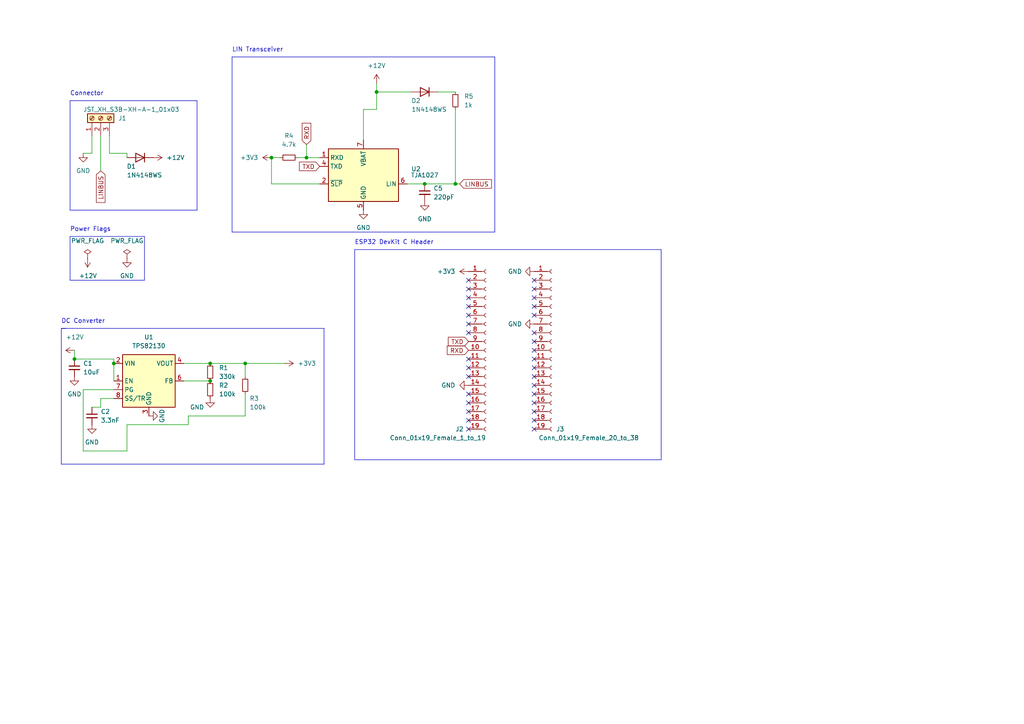
<source format=kicad_sch>
(kicad_sch (version 20230121) (generator eeschema)
  (paper "A4")
  (title_block (title "ESP32 DevKit LG HVAC Controller Board") (date "2023-10-17") (rev "1.0"))
  (lib_symbols
    (symbol "Connector:Conn_01x19_Female" (pin_names (offset 1.016) hide)
      (property "Reference" "J" (at 0 25.4 0))
      (property "Value" "Conn_01x19_Female" (at 0 -25.4 0))
      (symbol "Conn_01x19_Female_1_1"
        (arc (start 0 -22.352) (mid -0.5058 -22.86) (end 0 -23.368) (stroke (width 0.1524)))
        (arc (start 0 -19.812) (mid -0.5058 -20.32) (end 0 -20.828) (stroke (width 0.1524)))
        (arc (start 0 -17.272) (mid -0.5058 -17.78) (end 0 -18.288) (stroke (width 0.1524)))
        (arc (start 0 -14.732) (mid -0.5058 -15.24) (end 0 -15.748) (stroke (width 0.1524)))
        (arc (start 0 -12.192) (mid -0.5058 -12.7) (end 0 -13.208) (stroke (width 0.1524)))
        (arc (start 0 -9.652) (mid -0.5058 -10.16) (end 0 -10.668) (stroke (width 0.1524)))
        (arc (start 0 -7.112) (mid -0.5058 -7.62) (end 0 -8.128) (stroke (width 0.1524)))
        (arc (start 0 -4.572) (mid -0.5058 -5.08) (end 0 -5.588) (stroke (width 0.1524)))
        (arc (start 0 -2.032) (mid -0.5058 -2.54) (end 0 -3.048) (stroke (width 0.1524)))
        (polyline (pts (xy -1.27 -22.86) (xy -0.508 -22.86)) (stroke (width 0.1524)))
        (polyline (pts (xy -1.27 -20.32) (xy -0.508 -20.32)) (stroke (width 0.1524)))
        (polyline (pts (xy -1.27 -17.78) (xy -0.508 -17.78)) (stroke (width 0.1524)))
        (polyline (pts (xy -1.27 -15.24) (xy -0.508 -15.24)) (stroke (width 0.1524)))
        (polyline (pts (xy -1.27 -12.7) (xy -0.508 -12.7)) (stroke (width 0.1524)))
        (polyline (pts (xy -1.27 -10.16) (xy -0.508 -10.16)) (stroke (width 0.1524)))
        (polyline (pts (xy -1.27 -7.62) (xy -0.508 -7.62)) (stroke (width 0.1524)))
        (polyline (pts (xy -1.27 -5.08) (xy -0.508 -5.08)) (stroke (width 0.1524)))
        (polyline (pts (xy -1.27 -2.54) (xy -0.508 -2.54)) (stroke (width 0.1524)))
        (polyline (pts (xy -1.27 0) (xy -0.508 0)) (stroke (width 0.1524)))
        (polyline (pts (xy -1.27 2.54) (xy -0.508 2.54)) (stroke (width 0.1524)))
        (polyline (pts (xy -1.27 5.08) (xy -0.508 5.08)) (stroke (width 0.1524)))
        (polyline (pts (xy -1.27 7.62) (xy -0.508 7.62)) (stroke (width 0.1524)))
        (polyline (pts (xy -1.27 10.16) (xy -0.508 10.16)) (stroke (width 0.1524)))
        (polyline (pts (xy -1.27 12.7) (xy -0.508 12.7)) (stroke (width 0.1524)))
        (polyline (pts (xy -1.27 15.24) (xy -0.508 15.24)) (stroke (width 0.1524)))
        (polyline (pts (xy -1.27 17.78) (xy -0.508 17.78)) (stroke (width 0.1524)))
        (polyline (pts (xy -1.27 20.32) (xy -0.508 20.32)) (stroke (width 0.1524)))
        (polyline (pts (xy -1.27 22.86) (xy -0.508 22.86)) (stroke (width 0.1524)))
        (arc (start 0 0.508) (mid -0.5058 0) (end 0 -0.508) (stroke (width 0.1524)))
        (arc (start 0 3.048) (mid -0.5058 2.54) (end 0 2.032) (stroke (width 0.1524)))
        (arc (start 0 5.588) (mid -0.5058 5.08) (end 0 4.572) (stroke (width 0.1524)))
        (arc (start 0 8.128) (mid -0.5058 7.62) (end 0 7.112) (stroke (width 0.1524)))
        (arc (start 0 10.668) (mid -0.5058 10.16) (end 0 9.652) (stroke (width 0.1524)))
        (arc (start 0 13.208) (mid -0.5058 12.7) (end 0 12.192) (stroke (width 0.1524)))
        (arc (start 0 15.748) (mid -0.5058 15.24) (end 0 14.732) (stroke (width 0.1524)))
        (arc (start 0 18.288) (mid -0.5058 17.78) (end 0 17.272) (stroke (width 0.1524)))
        (arc (start 0 20.828) (mid -0.5058 20.32) (end 0 19.812) (stroke (width 0.1524)))
        (arc (start 0 23.368) (mid -0.5058 22.86) (end 0 22.352) (stroke (width 0.1524)))
        (pin passive line (at -5.08 22.86 0) (length 3.81) (name "Pin_1") (number "1"))
        (pin passive line (at -5.08 0 0) (length 3.81) (name "Pin_10") (number "10"))
        (pin passive line (at -5.08 -2.54 0) (length 3.81) (name "Pin_11") (number "11"))
        (pin passive line (at -5.08 -5.08 0) (length 3.81) (name "Pin_12") (number "12"))
        (pin passive line (at -5.08 -7.62 0) (length 3.81) (name "Pin_13") (number "13"))
        (pin passive line (at -5.08 -10.16 0) (length 3.81) (name "Pin_14") (number "14"))
        (pin passive line (at -5.08 -12.7 0) (length 3.81) (name "Pin_15") (number "15"))
        (pin passive line (at -5.08 -15.24 0) (length 3.81) (name "Pin_16") (number "16"))
        (pin passive line (at -5.08 -17.78 0) (length 3.81) (name "Pin_17") (number "17"))
        (pin passive line (at -5.08 -20.32 0) (length 3.81) (name "Pin_18") (number "18"))
        (pin passive line (at -5.08 -22.86 0) (length 3.81) (name "Pin_19") (number "19"))
        (pin passive line (at -5.08 20.32 0) (length 3.81) (name "Pin_2") (number "2"))
        (pin passive line (at -5.08 17.78 0) (length 3.81) (name "Pin_3") (number "3"))
        (pin passive line (at -5.08 15.24 0) (length 3.81) (name "Pin_4") (number "4"))
        (pin passive line (at -5.08 12.7 0) (length 3.81) (name "Pin_5") (number "5"))
        (pin passive line (at -5.08 10.16 0) (length 3.81) (name "Pin_6") (number "6"))
        (pin passive line (at -5.08 7.62 0) (length 3.81) (name "Pin_7") (number "7"))
        (pin passive line (at -5.08 5.08 0) (length 3.81) (name "Pin_8") (number "8"))
        (pin passive line (at -5.08 2.54 0) (length 3.81) (name "Pin_9") (number "9"))
      )
    )
    (symbol "Connector:Screw_Terminal_01x03" (pin_names (offset 1.016) hide)
      (property "Reference" "J" (at 0 5.08 0))
      (property "Value" "Screw_Terminal_01x03" (at 0 -5.08 0))
      (symbol "Screw_Terminal_01x03_1_1"
        (rectangle (start -1.27 3.81) (end 1.27 -3.81) (stroke (width 0.254)) (fill (type background)))
        (circle (center 0 -2.54) (radius 0.635) (stroke (width 0.1524)))
        (polyline (pts (xy -0.5334 -2.2098) (xy 0.3302 -3.048)) (stroke (width 0.1524)))
        (polyline (pts (xy -0.5334 0.3302) (xy 0.3302 -0.508)) (stroke (width 0.1524)))
        (polyline (pts (xy -0.5334 2.8702) (xy 0.3302 2.032)) (stroke (width 0.1524)))
        (polyline (pts (xy -0.3556 -2.032) (xy 0.508 -2.8702)) (stroke (width 0.1524)))
        (polyline (pts (xy -0.3556 0.508) (xy 0.508 -0.3302)) (stroke (width 0.1524)))
        (polyline (pts (xy -0.3556 3.048) (xy 0.508 2.2098)) (stroke (width 0.1524)))
        (circle (center 0 0) (radius 0.635) (stroke (width 0.1524)))
        (circle (center 0 2.54) (radius 0.635) (stroke (width 0.1524)))
        (pin passive line (at -5.08 2.54 0) (length 3.81) (name "Pin_1") (number "1"))
        (pin passive line (at -5.08 0 0) (length 3.81) (name "Pin_2") (number "2"))
        (pin passive line (at -5.08 -2.54 0) (length 3.81) (name "Pin_3") (number "3"))
      )
    )
    (symbol "Device:C_Small" (pin_numbers hide) (pin_names (offset 0.254) hide)
      (property "Reference" "C" (at 0.254 1.778 0))
      (property "Value" "C_Small" (at 0.254 -2.032 0))
      (symbol "C_Small_0_1"
        (polyline (pts (xy -1.524 -0.508) (xy 1.524 -0.508)) (stroke (width 0.3302)))
        (polyline (pts (xy -1.524 0.508) (xy 1.524 0.508)) (stroke (width 0.3048)))
      )
      (symbol "C_Small_1_1"
        (pin passive line (at 0 2.54 270) (length 2.032) (name "~") (number "1"))
        (pin passive line (at 0 -2.54 90) (length 2.032) (name "~") (number "2"))
      )
    )
    (symbol "Device:R_Small" (pin_numbers hide) (pin_names (offset 0.254) hide)
      (property "Reference" "R" (at 0.762 0.508 0))
      (property "Value" "R_Small" (at 0.762 -1.016 0))
      (symbol "R_Small_0_1"
        (rectangle (start -0.762 1.778) (end 0.762 -1.778) (stroke (width 0.2032)))
      )
      (symbol "R_Small_1_1"
        (pin passive line (at 0 2.54 270) (length 0.762) (name "~") (number "1"))
        (pin passive line (at 0 -2.54 90) (length 0.762) (name "~") (number "2"))
      )
    )
    (symbol "Diode:1N4148WS" (pin_numbers hide) (pin_names (offset 1.016) hide)
      (property "Reference" "D" (at 0 2.54 0))
      (property "Value" "1N4148WS" (at 0 -2.54 0))
      (symbol "1N4148WS_0_1"
        (polyline (pts (xy -1.27 1.27) (xy -1.27 -1.27)) (stroke (width 0.254)))
        (polyline (pts (xy 1.27 0) (xy -1.27 0)))
        (polyline (pts (xy 1.27 1.27) (xy 1.27 -1.27) (xy -1.27 0) (xy 1.27 1.27)) (stroke (width 0.254)))
      )
      (symbol "1N4148WS_1_1"
        (pin passive line (at -3.81 0 0) (length 2.54) (name "K") (number "1"))
        (pin passive line (at 3.81 0 180) (length 2.54) (name "A") (number "2"))
      )
    )
    (symbol "Interface_CAN_LIN:TJA1029T"
      (property "Reference" "U" (at -10.16 8.89 0))
      (property "Value" "TJA1029T" (at 1.27 8.89 0))
      (symbol "TJA1029T_0_1"
        (rectangle (start -10.16 7.62) (end 10.16 -7.62) (stroke (width 0.254)) (fill (type background)))
      )
      (symbol "TJA1029T_1_1"
        (pin open_collector line (at -12.7 5.08 0) (length 2.54) (name "RXD") (number "1"))
        (pin input line (at -12.7 -2.54 0) (length 2.54) (name "~{SLP}") (number "2"))
        (pin no_connect line (at -10.16 -5.08 0) (length 2.54) hide (name "NC") (number "3"))
        (pin input line (at -12.7 2.54 0) (length 2.54) (name "TXD") (number "4"))
        (pin power_in line (at 0 -10.16 90) (length 2.54) (name "GND") (number "5"))
        (pin bidirectional line (at 12.7 -2.54 180) (length 2.54) (name "LIN") (number "6"))
        (pin power_in line (at 0 10.16 270) (length 2.54) (name "VBAT") (number "7"))
        (pin no_connect line (at 10.16 2.54 180) (length 2.54) hide (name "NC") (number "8"))
      )
    )
    (symbol "Regulator_Switching:TPS82130"
      (property "Reference" "U" (at 1.27 11.43 0))
      (property "Value" "TPS82130" (at 5.08 8.89 0))
      (symbol "TPS82130_0_1"
        (rectangle (start -7.62 7.62) (end 7.62 -7.62) (stroke (width 0.254)) (fill (type background)))
      )
      (symbol "TPS82130_1_1"
        (pin input line (at -10.16 0 0) (length 2.54) (name "EN") (number "1"))
        (pin power_in line (at -10.16 5.08 0) (length 2.54) (name "VIN") (number "2"))
        (pin power_in line (at 0 -10.16 90) (length 2.54) (name "GND") (number "3"))
        (pin power_out line (at 10.16 5.08 180) (length 2.54) (name "VOUT") (number "4"))
        (pin passive line (at 10.16 5.08 180) (length 2.54) hide (name "VOUT") (number "5"))
        (pin input line (at 10.16 0 180) (length 2.54) (name "FB") (number "6"))
        (pin open_collector line (at -10.16 -2.54 0) (length 2.54) (name "PG") (number "7"))
        (pin input line (at -10.16 -5.08 0) (length 2.54) (name "SS/TR") (number "8"))
        (pin passive line (at 0 -10.16 90) (length 2.54) hide (name "GND") (number "9"))
      )
    )
    (symbol "power:+12V" (power) (pin_names (offset 0))
      (property "Value" "+12V" (at 0 3.556 0))
      (symbol "+12V_0_1"
        (polyline (pts (xy -0.762 1.27) (xy 0 2.54)))
        (polyline (pts (xy 0 0) (xy 0 2.54)))
        (polyline (pts (xy 0 2.54) (xy 0.762 1.27)))
      )
      (symbol "+12V_1_1"
        (pin power_in line (at 0 0 90) (length 0) hide (name "+12V") (number "1"))
      )
    )
    (symbol "power:+3.3V" (power) (pin_names (offset 0))
      (property "Value" "+3.3V" (at 0 3.556 0))
      (symbol "+3.3V_0_1"
        (polyline (pts (xy -0.762 1.27) (xy 0 2.54)))
        (polyline (pts (xy 0 0) (xy 0 2.54)))
        (polyline (pts (xy 0 2.54) (xy 0.762 1.27)))
      )
      (symbol "+3.3V_1_1"
        (pin power_in line (at 0 0 90) (length 0) hide (name "+3V3") (number "1"))
      )
    )
    (symbol "power:GND" (power) (pin_names (offset 0))
      (property "Value" "GND" (at 0 -3.81 0))
      (symbol "GND_0_1"
        (polyline (pts (xy 0 0) (xy 0 -1.27) (xy 1.27 -1.27) (xy 0 -2.54) (xy -1.27 -1.27) (xy 0 -1.27)))
      )
      (symbol "GND_1_1"
        (pin power_in line (at 0 0 270) (length 0) hide (name "GND") (number "1"))
      )
    )
    (symbol "power:PWR_FLAG" (power) (pin_numbers hide) (pin_names (offset 0) hide)
      (property "Value" "PWR_FLAG" (at 0 3.81 0))
      (symbol "PWR_FLAG_0_0"
        (pin power_out line (at 0 0 90) (length 0) (name "pwr") (number "1"))
      )
      (symbol "PWR_FLAG_0_1"
        (polyline (pts (xy 0 0) (xy 0 1.27) (xy -1.016 1.905) (xy 0 2.54) (xy 1.016 1.905) (xy 0 1.27)))
      )
    )
  )
  (junction (at 21.59 104.14))
  (junction (at 123.19 53.34))
  (junction (at 71.12 105.41))
  (junction (at 33.02 105.41))
  (junction (at 60.96 110.49))
  (junction (at 132.08 53.34))
  (junction (at 60.96 105.41))
  (junction (at 78.74 45.72))
  (junction (at 88.9 45.72))
  (junction (at 109.22 26.67))
  (no_connect (at 135.89 106.68))
  (no_connect (at 154.94 88.9))
  (no_connect (at 154.94 99.06))
  (no_connect (at 135.89 93.98))
  (no_connect (at 135.89 91.44))
  (no_connect (at 135.89 119.38))
  (no_connect (at 135.89 81.28))
  (no_connect (at 154.94 114.3))
  (no_connect (at 135.89 88.9))
  (no_connect (at 135.89 83.82))
  (no_connect (at 154.94 101.6))
  (no_connect (at 154.94 121.92))
  (no_connect (at 154.94 83.82))
  (no_connect (at 154.94 119.38))
  (no_connect (at 135.89 124.46))
  (no_connect (at 154.94 109.22))
  (no_connect (at 135.89 114.3))
  (no_connect (at 154.94 86.36))
  (no_connect (at 154.94 124.46))
  (no_connect (at 154.94 96.52))
  (no_connect (at 154.94 91.44))
  (no_connect (at 135.89 86.36))
  (no_connect (at 154.94 81.28))
  (no_connect (at 135.89 121.92))
  (no_connect (at 154.94 111.76))
  (no_connect (at 135.89 116.84))
  (no_connect (at 154.94 116.84))
  (no_connect (at 154.94 106.68))
  (no_connect (at 154.94 104.14))
  (no_connect (at 135.89 109.22))
  (no_connect (at 135.89 104.14))
  (no_connect (at 135.89 96.52))
  (wire (pts (xy 53.34 110.49) (xy 60.96 110.49)))
  (wire (pts (xy 88.9 45.72) (xy 92.71 45.72)))
  (wire (pts (xy 118.11 53.34) (xy 123.19 53.34)))
  (wire (pts (xy 36.83 130.81) (xy 36.83 123.19)))
  (wire (pts (xy 53.34 105.41) (xy 60.96 105.41)))
  (wire (pts (xy 71.12 105.41) (xy 71.12 109.22)))
  (wire (pts (xy 33.02 105.41) (xy 33.02 110.49)))
  (polyline (pts (xy 57.15 60.96) (xy 20.32 60.96)))
  (polyline (pts (xy 41.91 68.58) (xy 41.91 81.28)))
  (polyline (pts (xy 93.98 134.62) (xy 17.78 134.62)))
  (wire (pts (xy 132.08 53.34) (xy 133.35 53.34)))
  (wire (pts (xy 29.21 49.53) (xy 29.21 39.37)))
  (wire (pts (xy 78.74 45.72) (xy 81.28 45.72)))
  (polyline (pts (xy 191.77 72.39) (xy 191.77 133.35)))
  (polyline (pts (xy 17.78 95.25) (xy 93.98 95.25)))
  (polyline (pts (xy 20.32 29.21) (xy 57.15 29.21)))
  (wire (pts (xy 24.13 113.03) (xy 24.13 130.81)))
  (polyline (pts (xy 20.32 29.21) (xy 20.32 60.96)))
  (wire (pts (xy 71.12 105.41) (xy 82.55 105.41)))
  (polyline (pts (xy 57.15 29.21) (xy 57.15 60.96)))
  (wire (pts (xy 21.59 101.6) (xy 21.59 104.14)))
  (wire (pts (xy 88.9 41.91) (xy 88.9 45.72)))
  (wire (pts (xy 24.13 130.81) (xy 36.83 130.81)))
  (wire (pts (xy 31.75 44.45) (xy 31.75 39.37)))
  (wire (pts (xy 26.67 118.11) (xy 29.21 118.11)))
  (polyline (pts (xy 20.32 68.58) (xy 41.91 68.58)))
  (wire (pts (xy 33.02 104.14) (xy 33.02 105.41)))
  (wire (pts (xy 54.61 120.65) (xy 71.12 120.65)))
  (wire (pts (xy 36.83 44.45) (xy 31.75 44.45)))
  (wire (pts (xy 127 26.67) (xy 132.08 26.67)))
  (wire (pts (xy 54.61 123.19) (xy 54.61 120.65)))
  (wire (pts (xy 105.41 40.64) (xy 105.41 31.75)))
  (wire (pts (xy 109.22 24.13) (xy 109.22 26.67)))
  (wire (pts (xy 105.41 31.75) (xy 109.22 31.75)))
  (polyline (pts (xy 41.91 81.28) (xy 20.32 81.28)))
  (polyline (pts (xy 17.78 95.25) (xy 19.05 95.25)))
  (wire (pts (xy 26.67 39.37) (xy 26.67 44.45)))
  (wire (pts (xy 86.36 45.72) (xy 88.9 45.72)))
  (wire (pts (xy 71.12 114.3) (xy 71.12 120.65)))
  (polyline (pts (xy 67.31 16.51) (xy 67.31 67.31)))
  (polyline (pts (xy 191.77 133.35) (xy 102.87 133.35)))
  (wire (pts (xy 109.22 26.67) (xy 119.38 26.67)))
  (polyline (pts (xy 17.78 134.62) (xy 17.78 95.25)))
  (wire (pts (xy 109.22 26.67) (xy 109.22 31.75)))
  (wire (pts (xy 36.83 123.19) (xy 54.61 123.19)))
  (wire (pts (xy 123.19 53.34) (xy 132.08 53.34)))
  (polyline (pts (xy 67.31 16.51) (xy 143.51 16.51)))
  (wire (pts (xy 60.96 105.41) (xy 71.12 105.41)))
  (wire (pts (xy 33.02 115.57) (xy 29.21 115.57)))
  (wire (pts (xy 26.67 44.45) (xy 24.13 44.45)))
  (polyline (pts (xy 102.87 72.39) (xy 102.87 133.35)))
  (wire (pts (xy 21.59 104.14) (xy 33.02 104.14)))
  (polyline (pts (xy 67.31 67.31) (xy 143.51 67.31)))
  (wire (pts (xy 132.08 31.75) (xy 132.08 53.34)))
  (wire (pts (xy 92.71 53.34) (xy 78.74 53.34)))
  (wire (pts (xy 78.74 53.34) (xy 78.74 45.72)))
  (wire (pts (xy 36.83 44.45) (xy 36.83 45.72)))
  (wire (pts (xy 33.02 113.03) (xy 24.13 113.03)))
  (polyline (pts (xy 102.87 72.39) (xy 191.77 72.39)))
  (polyline (pts (xy 143.51 67.31) (xy 143.51 16.51)))
  (polyline (pts (xy 20.32 68.58) (xy 20.32 81.28)))
  (wire (pts (xy 29.21 118.11) (xy 29.21 115.57)))
  (polyline (pts (xy 93.98 95.25) (xy 93.98 134.62)))
  (text "DC Converter" (at 17.78 93.98 0) (effects (font (size 1.27 1.27)) (justify left bottom)))
  (text "Connector" (at 20.32 27.94 0) (effects (font (size 1.27 1.27)) (justify left bottom)))
  (text "LIN Transceiver" (at 67.31 15.24 0) (effects (font (size 1.27 1.27)) (justify left bottom)))
  (text "Power Flags" (at 20.32 67.31 0) (effects (font (size 1.27 1.27)) (justify left bottom)))
  (text "ESP32 DevKit C Header" (at 102.87 71.12 0) (effects (font (size 1.27 1.27)) (justify left bottom)))
  (global_label "LINBUS" (shape input) (at 133.35 53.34 0) (property "Intersheetrefs" "${INTERSHEET_REFS}" (effects hide)))
  (global_label "TXD" (shape input) (at 135.89 99.06 180) (property "Intersheetrefs" "${INTERSHEET_REFS}" (effects hide)))
  (global_label "RXD" (shape input) (at 135.89 101.6 180) (property "Intersheetrefs" "${INTERSHEET_REFS}" (effects hide)))
  (global_label "TXD" (shape input) (at 92.71 48.26 180) (property "Intersheetrefs" "${INTERSHEET_REFS}" (effects hide)))
  (global_label "LINBUS" (shape input) (at 29.21 49.53 270) (property "Intersheetrefs" "${INTERSHEET_REFS}" (effects hide)))
  (global_label "RXD" (shape input) (at 88.9 41.91 90) (property "Intersheetrefs" "${INTERSHEET_REFS}" (effects hide)))
  (symbol (lib_id "power:+3.3V") (at 82.55 105.41 270) (unit 1)
    (property "Reference" "#PWR0113" (effects hide))
    (property "Value" "+3.3V" (at 86.36 105.4099 90) (effects (justify left)))
  )
  (symbol (lib_id "power:GND") (at 105.41 60.96 0) (unit 1)
    (property "Reference" "#PWR0105" (effects hide))
    (property "Value" "GND" (at 105.41 66.04 0))
  )
  (symbol (lib_id "power:PWR_FLAG") (at 25.4 74.93 0) (unit 1)
    (property "Reference" "#FLG0101" (effects hide))
    (property "Value" "PWR_FLAG" (at 25.4 69.85 0))
  )
  (symbol (lib_id "Device:R_Small") (at 132.08 29.21 0) (unit 1)
    (property "Reference" "R5" (at 134.62 27.9399 0) (effects (justify left)))
    (property "Value" "1k" (at 134.62 30.4799 0) (effects (justify left)))
    (property "Footprint" "Resistor_SMD:R_0805_2012Metric" (effects hide))
    (property "LCSC" "C17513" (effects hide))
  )
  (symbol (lib_id "power:GND") (at 135.89 111.76 270) (unit 1)
    (property "Reference" "#PWR0117" (effects hide))
    (property "Value" "GND" (at 132.08 111.7599 90) (effects (justify right)))
  )
  (symbol (lib_id "power:+12V") (at 109.22 24.13 0) (unit 1)
    (property "Reference" "#PWR0103" (effects hide))
    (property "Value" "+12V" (at 109.22 19.05 0))
  )
  (symbol (lib_id "Regulator_Switching:TPS82130") (at 43.18 110.49 0) (unit 1)
    (property "Reference" "U1" (at 43.18 97.79 0))
    (property "Value" "TPS82130" (at 43.18 100.33 0))
    (property "Footprint" "Package_LGA:Texas_MicroSiP-8-1EP_2.8x3.0mm_P0.65mm_EP1.1x1.9mm_SMD_ThermalVias" (effects hide))
    (property "Datasheet" "http://www.ti.com/lit/ds/symlink/tps82130.pdf" (effects hide))
    (property "LCSC" "C473914" (effects hide))
  )
  (symbol (lib_id "power:GND") (at 154.94 93.98 270) (unit 1)
    (property "Reference" "#PWR0114" (effects hide))
    (property "Value" "GND" (at 147.32 93.98 90) (effects (justify left)))
  )
  (symbol (lib_id "power:GND") (at 60.96 115.57 0) (unit 1)
    (property "Reference" "#PWR0102" (effects hide))
    (property "Value" "GND" (at 57.15 118.11 0))
  )
  (symbol (lib_id "Device:R_Small") (at 83.82 45.72 90) (unit 1)
    (property "Reference" "R4" (at 83.82 39.37 90))
    (property "Value" "4.7k" (at 83.82 41.91 90))
    (property "Footprint" "Resistor_SMD:R_0805_2012Metric" (effects hide))
    (property "LCSC" "C17673" (effects hide))
  )
  (symbol (lib_id "power:GND") (at 43.18 120.65 90) (unit 1)
    (property "Reference" "#PWR0101" (effects hide))
    (property "Value" "GND" (at 46.99 120.65 0))
  )
  (symbol (lib_id "power:GND") (at 24.13 44.45 0) (unit 1)
    (property "Reference" "#PWR0104" (effects hide))
    (property "Value" "GND" (at 24.13 49.53 0))
  )
  (symbol (lib_id "Device:C_Small") (at 123.19 55.88 0) (unit 1)
    (property "Reference" "C5" (at 125.73 54.6162 0) (effects (justify left)))
    (property "Value" "220pF" (at 125.73 57.1562 0) (effects (justify left)))
    (property "Footprint" "Capacitor_SMD:C_0402_1005Metric" (effects hide))
    (property "LCSC" "C343058" (effects hide))
  )
  (symbol (lib_id "Connector:Conn_01x19_Female") (at 140.97 101.6 0) (unit 1)
    (property "Reference" "J2" (at 132.08 124.46 0) (effects (justify left)))
    (property "Value" "Conn_01x19_Female_1_to_19" (at 113.03 127 0) (effects (justify left)))
    (property "Footprint" "Connector_PinSocket_2.54mm:PinSocket_1x19_P2.54mm_Vertical" (effects hide))
    (property "LCSC" "C2932678" (effects hide))
  )
  (symbol (lib_id "Connector:Conn_01x19_Female") (at 160.02 101.6 0) (unit 1)
    (property "Reference" "J3" (at 161.29 124.46 0) (effects (justify left)))
    (property "Value" "Conn_01x19_Female_20_to_38" (at 156.21 127 0) (effects (justify left)))
    (property "Footprint" "Connector_PinSocket_2.54mm:PinSocket_1x19_P2.54mm_Vertical" (effects hide))
    (property "LCSC" "C2932678" (effects hide))
  )
  (symbol (lib_id "power:+12V") (at 21.59 101.6 90) (unit 1)
    (property "Reference" "#PWR0112" (effects hide))
    (property "Value" "+12V" (at 19.05 97.79 90) (effects (justify right)))
  )
  (symbol (lib_id "power:GND") (at 36.83 74.93 0) (unit 1)
    (property "Reference" "#PWR0119" (effects hide))
    (property "Value" "GND" (at 36.83 80.01 0))
  )
  (symbol (lib_id "power:GND") (at 21.59 109.22 0) (unit 1)
    (property "Reference" "#PWR0111" (effects hide))
    (property "Value" "GND" (at 21.59 114.3 0))
  )
  (symbol (lib_id "power:GND") (at 26.67 123.19 0) (unit 1)
    (property "Reference" "#PWR0110" (effects hide))
    (property "Value" "GND" (at 26.67 128.27 0))
  )
  (symbol (lib_id "power:GND") (at 154.94 78.74 270) (unit 1)
    (property "Reference" "#PWR0115" (effects hide))
    (property "Value" "GND" (at 147.32 78.74 90) (effects (justify left)))
  )
  (symbol (lib_id "Device:C_Small") (at 26.67 120.65 0) (unit 1)
    (property "Reference" "C2" (at 29.21 119.3862 0) (effects (justify left)))
    (property "Value" "3.3nF" (at 29.21 121.9262 0) (effects (justify left)))
    (property "Footprint" "Capacitor_SMD:C_0402_1005Metric" (effects hide))
    (property "LCSC" "C26404" (effects hide))
  )
  (symbol (lib_id "power:+12V") (at 25.4 74.93 180) (unit 1)
    (property "Reference" "#PWR0120" (effects hide))
    (property "Value" "+12V" (at 22.86 80.01 0) (effects (justify right)))
  )
  (symbol (lib_id "Device:C_Small") (at 21.59 106.68 0) (unit 1)
    (property "Reference" "C1" (at 24.13 105.4162 0) (effects (justify left)))
    (property "Value" "10uF" (at 24.13 107.9562 0) (effects (justify left)))
    (property "Footprint" "Capacitor_SMD:CP_Elec_4x5.4" (effects hide))
    (property "LCSC" "C401619" (effects hide))
  )
  (symbol (lib_id "Diode:1N4148WS") (at 40.64 45.72 180) (unit 1)
    (property "Reference" "D1" (at 38.1 48.26 0))
    (property "Value" "1N4148WS" (at 41.91 50.8 0))
    (property "Footprint" "Diode_SMD:D_SOD-323" (effects hide))
    (property "Datasheet" "https://datasheet.lcsc.com/lcsc/2008281134_TWGMC-1N4148WS_C727111.pdf" (effects hide))
    (property "LCSC" "C727111" (effects hide))
  )
  (symbol (lib_id "power:PWR_FLAG") (at 36.83 74.93 0) (unit 1)
    (property "Reference" "#FLG0102" (effects hide))
    (property "Value" "PWR_FLAG" (at 36.83 69.85 0))
  )
  (symbol (lib_id "Device:R_Small") (at 60.96 113.03 180) (unit 1)
    (property "Reference" "R2" (at 63.5 111.7599 0) (effects (justify right)))
    (property "Value" "100k" (at 63.5 114.2999 0) (effects (justify right)))
    (property "Footprint" "Resistor_SMD:R_0805_2012Metric" (effects hide))
    (property "LCSC" "C149504" (effects hide))
  )
  (symbol (lib_id "Interface_CAN_LIN:TJA1029T") (at 105.41 50.8 0) (unit 1)
    (property "Reference" "U2" (at 120.65 49.0093 0))
    (property "Value" "TJA1027" (at 123.19 50.8 0))
    (property "Footprint" "Package_SO:SO-8_3.9x4.9mm_P1.27mm" (effects hide))
    (property "Datasheet" "http://www.nxp.com/documents/data_sheet/TJA1029.pdf" (effects hide))
    (property "LCSC" "C194371" (effects hide))
  )
  (symbol (lib_id "power:+3.3V") (at 78.74 45.72 90) (unit 1)
    (property "Reference" "#PWR0108" (effects hide))
    (property "Value" "+3.3V" (at 74.93 45.7199 90) (effects (justify left)))
  )
  (symbol (lib_id "Connector:Screw_Terminal_01x03") (at 29.21 34.29 90) (unit 1)
    (property "Reference" "J1" (at 34.29 34.29 90) (effects (justify right)))
    (property "Value" "JST_XH_S3B-XH-A-1_01x03" (at 24.13 31.75 90) (effects (justify right)))
    (property "Footprint" "Connector_JST:JST_XH_S3B-XH-A-1_1x03_P2.50mm_Horizontal" (effects hide))
    (property "LCSC" "C157928" (effects hide))
  )
  (symbol (lib_id "Device:R_Small") (at 71.12 111.76 180) (unit 1)
    (property "Reference" "R3" (at 72.39 115.57 0) (effects (justify right)))
    (property "Value" "100k" (at 72.39 118.11 0) (effects (justify right)))
    (property "Footprint" "Resistor_SMD:R_0805_2012Metric" (effects hide))
    (property "LCSC" "C149504" (effects hide))
  )
  (symbol (lib_id "power:GND") (at 123.19 58.42 0) (unit 1)
    (property "Reference" "#PWR0106" (effects hide))
    (property "Value" "GND" (at 123.19 63.5 0))
  )
  (symbol (lib_id "Diode:1N4148WS") (at 123.19 26.67 180) (unit 1)
    (property "Reference" "D2" (at 120.65 29.21 0))
    (property "Value" "1N4148WS" (at 124.46 31.75 0))
    (property "Footprint" "Diode_SMD:D_SOD-323" (effects hide))
    (property "Datasheet" "https://datasheet.lcsc.com/lcsc/2008281134_TWGMC-1N4148WS_C727111.pdf" (effects hide))
    (property "LCSC" "C727111" (effects hide))
  )
  (symbol (lib_id "Device:R_Small") (at 60.96 107.95 180) (unit 1)
    (property "Reference" "R1" (at 63.5 106.6799 0) (effects (justify right)))
    (property "Value" "330k" (at 63.5 109.2199 0) (effects (justify right)))
    (property "Footprint" "Resistor_SMD:R_0805_2012Metric" (effects hide))
    (property "LCSC" "C17629" (effects hide))
  )
  (symbol (lib_id "power:+3.3V") (at 135.89 78.74 90) (unit 1)
    (property "Reference" "#PWR0116" (effects hide))
    (property "Value" "+3.3V" (at 132.08 78.7399 90) (effects (justify left)))
  )
  (symbol (lib_id "power:+12V") (at 44.45 45.72 270) (unit 1)
    (property "Reference" "#PWR0107" (effects hide))
    (property "Value" "+12V" (at 48.26 45.7199 90) (effects (justify left)))
  )
)
</source>
